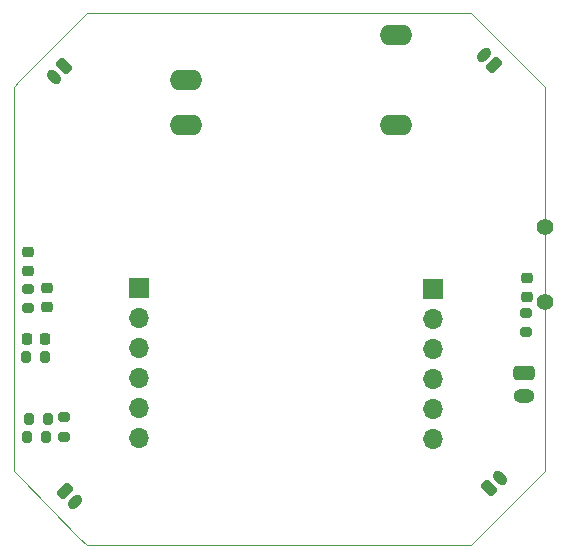
<source format=gbs>
G04 #@! TF.GenerationSoftware,KiCad,Pcbnew,9.0.1*
G04 #@! TF.CreationDate,2025-04-25T12:08:24+05:30*
G04 #@! TF.ProjectId,esp32_quad_baro_bootser_nousb_BMP,65737033-325f-4717-9561-645f6261726f,rev?*
G04 #@! TF.SameCoordinates,Original*
G04 #@! TF.FileFunction,Soldermask,Bot*
G04 #@! TF.FilePolarity,Negative*
%FSLAX46Y46*%
G04 Gerber Fmt 4.6, Leading zero omitted, Abs format (unit mm)*
G04 Created by KiCad (PCBNEW 9.0.1) date 2025-04-25 12:08:24*
%MOMM*%
%LPD*%
G01*
G04 APERTURE LIST*
G04 Aperture macros list*
%AMRoundRect*
0 Rectangle with rounded corners*
0 $1 Rounding radius*
0 $2 $3 $4 $5 $6 $7 $8 $9 X,Y pos of 4 corners*
0 Add a 4 corners polygon primitive as box body*
4,1,4,$2,$3,$4,$5,$6,$7,$8,$9,$2,$3,0*
0 Add four circle primitives for the rounded corners*
1,1,$1+$1,$2,$3*
1,1,$1+$1,$4,$5*
1,1,$1+$1,$6,$7*
1,1,$1+$1,$8,$9*
0 Add four rect primitives between the rounded corners*
20,1,$1+$1,$2,$3,$4,$5,0*
20,1,$1+$1,$4,$5,$6,$7,0*
20,1,$1+$1,$6,$7,$8,$9,0*
20,1,$1+$1,$8,$9,$2,$3,0*%
%AMHorizOval*
0 Thick line with rounded ends*
0 $1 width*
0 $2 $3 position (X,Y) of the first rounded end (center of the circle)*
0 $4 $5 position (X,Y) of the second rounded end (center of the circle)*
0 Add line between two ends*
20,1,$1,$2,$3,$4,$5,0*
0 Add two circle primitives to create the rounded ends*
1,1,$1,$2,$3*
1,1,$1,$4,$5*%
G04 Aperture macros list end*
%ADD10O,2.743200X1.727200*%
%ADD11RoundRect,0.250000X-0.650000X0.350000X-0.650000X-0.350000X0.650000X-0.350000X0.650000X0.350000X0*%
%ADD12O,1.800000X1.200000*%
%ADD13C,1.400000*%
%ADD14RoundRect,0.225000X-0.176777X0.494975X-0.494975X0.176777X0.176777X-0.494975X0.494975X-0.176777X0*%
%ADD15HorizOval,0.900000X-0.176777X0.176777X0.176777X-0.176777X0*%
%ADD16RoundRect,0.225000X0.176777X-0.494975X0.494975X-0.176777X-0.176777X0.494975X-0.494975X0.176777X0*%
%ADD17R,1.700000X1.700000*%
%ADD18O,1.700000X1.700000*%
%ADD19RoundRect,0.225000X0.494975X0.176777X0.176777X0.494975X-0.494975X-0.176777X-0.176777X-0.494975X0*%
%ADD20HorizOval,0.900000X0.176777X0.176777X-0.176777X-0.176777X0*%
%ADD21RoundRect,0.225000X-0.494975X-0.176777X-0.176777X-0.494975X0.494975X0.176777X0.176777X0.494975X0*%
%ADD22HorizOval,0.900000X-0.176777X-0.176777X0.176777X0.176777X0*%
%ADD23RoundRect,0.225000X0.225000X0.250000X-0.225000X0.250000X-0.225000X-0.250000X0.225000X-0.250000X0*%
%ADD24RoundRect,0.218750X-0.256250X0.218750X-0.256250X-0.218750X0.256250X-0.218750X0.256250X0.218750X0*%
%ADD25RoundRect,0.200000X-0.200000X-0.275000X0.200000X-0.275000X0.200000X0.275000X-0.200000X0.275000X0*%
%ADD26RoundRect,0.200000X0.275000X-0.200000X0.275000X0.200000X-0.275000X0.200000X-0.275000X-0.200000X0*%
%ADD27RoundRect,0.225000X0.250000X-0.225000X0.250000X0.225000X-0.250000X0.225000X-0.250000X-0.225000X0*%
%ADD28RoundRect,0.200000X-0.275000X0.200000X-0.275000X-0.200000X0.275000X-0.200000X0.275000X0.200000X0*%
G04 #@! TA.AperFunction,Profile*
%ADD29C,0.025400*%
G04 #@! TD*
G04 APERTURE END LIST*
D10*
X122967000Y-69660000D03*
X122967000Y-73470000D03*
X140747000Y-73470000D03*
X140747000Y-65850000D03*
D11*
X151590000Y-94450000D03*
D12*
X151590000Y-96450000D03*
D13*
X153390000Y-88460000D03*
X153390000Y-82160000D03*
D14*
X112697260Y-68502530D03*
D15*
X111813377Y-69386413D03*
D16*
X148656117Y-104223883D03*
D15*
X149540000Y-103340000D03*
D17*
X119000000Y-87313770D03*
D18*
X119000000Y-89853770D03*
X119000000Y-92393770D03*
X119000000Y-94933770D03*
X119000000Y-97473770D03*
X119000000Y-100013770D03*
D19*
X149100540Y-68442840D03*
D20*
X148216657Y-67558957D03*
D21*
X112712500Y-104505760D03*
D22*
X113596383Y-105389643D03*
D17*
X143944070Y-87341710D03*
D18*
X143944070Y-89881710D03*
X143944070Y-92421710D03*
X143944070Y-94961710D03*
X143944070Y-97501710D03*
X143944070Y-100041710D03*
D23*
X111040000Y-91610000D03*
X109490000Y-91610000D03*
D24*
X109610000Y-84275000D03*
X109610000Y-85850000D03*
D25*
X109490000Y-99890000D03*
X111140000Y-99890000D03*
D26*
X112620000Y-99900000D03*
X112620000Y-98250000D03*
D27*
X111190000Y-88870000D03*
X111190000Y-87320000D03*
D28*
X109580000Y-87330000D03*
X109580000Y-88980000D03*
X151810000Y-89395000D03*
X151810000Y-91045000D03*
D24*
X151840000Y-86440000D03*
X151840000Y-88015000D03*
D25*
X109675000Y-98340000D03*
X111325000Y-98340000D03*
X109420000Y-93140000D03*
X111070000Y-93140000D03*
D29*
X122647460Y-109008420D02*
X119947440Y-109008420D01*
X108397550Y-101116380D02*
X108397550Y-102768910D01*
X141847570Y-109008420D02*
X147090000Y-109008420D01*
X108397550Y-70248020D02*
X108860000Y-69790000D01*
X108397550Y-75400410D02*
X108397550Y-97616520D01*
X139147550Y-109008420D02*
X141847570Y-109008420D01*
X114637060Y-64008510D02*
X113940000Y-64690000D01*
X108397550Y-97616520D02*
X108397550Y-101116380D01*
X113970000Y-108460000D02*
X114637060Y-109008420D01*
X123247410Y-64008510D02*
X138547610Y-64008510D01*
X153397460Y-71900540D02*
X153397460Y-70248020D01*
X147157950Y-64008510D02*
X153397460Y-70248020D01*
X108397550Y-102768910D02*
X108840000Y-103230000D01*
X153397460Y-102768910D02*
X153080000Y-103120000D01*
X108397550Y-70248020D02*
X108397550Y-71900540D01*
X147090000Y-109008420D02*
X153080000Y-103120000D01*
X153397460Y-97616520D02*
X153397460Y-75400410D01*
X113940000Y-64690000D02*
X108860000Y-69790000D01*
X139147550Y-109008420D02*
X122647460Y-109008420D01*
X153397460Y-102768910D02*
X153397460Y-101116380D01*
X153397460Y-71900540D02*
X153397460Y-75400410D01*
X108840000Y-103230000D02*
X113970000Y-108460000D01*
X147157950Y-64008510D02*
X138547610Y-64008510D01*
X123247410Y-64008510D02*
X114637060Y-64008510D01*
X114637060Y-109008420D02*
X119947440Y-109008420D01*
X153397460Y-97616520D02*
X153397460Y-101116380D01*
X108397550Y-75400410D02*
X108397550Y-71900540D01*
M02*

</source>
